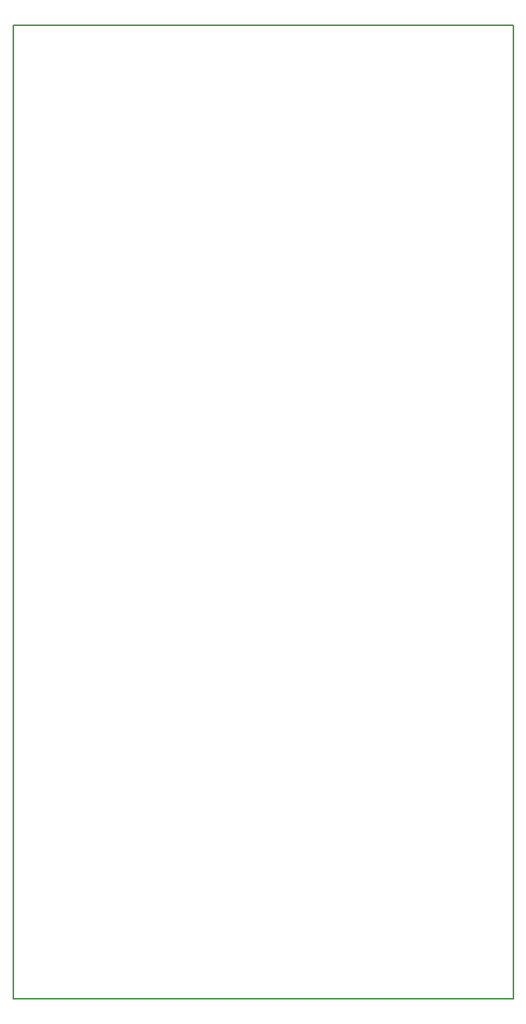
<source format=gbr>
G04 DipTrace 3.0.0.0*
G04 LZX-C1-PCB-V1.1BoardOutline.gbr*
%MOIN*%
G04 #@! TF.FileFunction,Profile*
G04 #@! TF.Part,Single*
%ADD11C,0.005512*%
%FSLAX26Y26*%
G04*
G70*
G90*
G75*
G01*
G04 BoardOutline*
%LPD*%
X394000Y394000D2*
D11*
X2643500D1*
Y4769000D1*
X394000D1*
Y394000D1*
M02*

</source>
